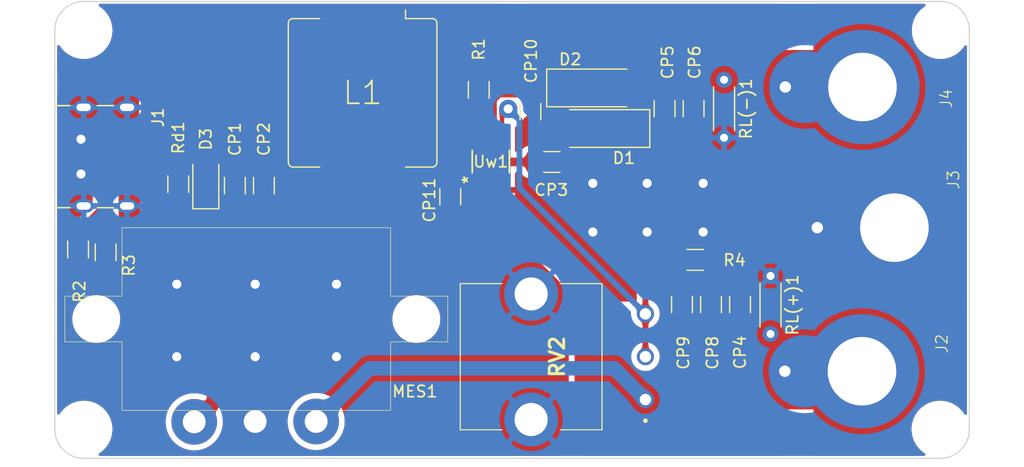
<source format=kicad_pcb>
(kicad_pcb (version 20240108) (generator "pcbnew") (generator_version "8.0")
  (layers (0 "F.Cu" signal) (31 "B.Cu" signal) (34 "B.Paste" user) (35 "F.Paste" user) (36 "B.SilkS" user "B.Silkscreen") (37 "F.SilkS" user "F.Silkscreen") (38 "B.Mask" user) (39 "F.Mask" user) (44 "Edge.Cuts" user))
  (net 0 "")
  (net 1 "GND")
  (net 2 "Net-(D1-A)")
  (net 3 "/Vo-")
  (net 4 "Net-(Uw1-VDD)")
  (net 5 "/Vo+")
  (net 6 "Net-(Uw1-BST)")
  (net 7 "Net-(Uw1-EN)")
  (net 8 "Net-(Uw1-FB)")
  (net 9 "/SW")
  (net 10 "+5V")
  (net 11 "Net-(D3-A)")
  (net 12 "Net-(J1-CC2)")
  (net 13 "Net-(J1-CC1)")
  (footprint "Banana_CT:Banana_CT_6mm" (layer "F.Cu") (at 178.605293 88.9)
    (property "Reference" "J4" (at 7.322707 1.016 90) (layer "F.SilkS") (effects (font (thickness 0.1))))
    (property "Value" "Conn_01x01_Pin")
    (pad "" np_thru_hole circle (at 0 0) (size 6 6) (drill 6) (layers "F&B.Cu" "*.Mask") (clearance 1))
    (pad "1" thru_hole circle (at -6.75 0) (size 2 2) (drill 1) (layers "*.Cu" "*.Mask") (net 3 "/Vo-") (clearance 0.3))
    (pad "1" smd custom (at -5.1 -1.9) (size 2 2) (layers "B.Cu" "B.Mask") (net 3 "/Vo-") (options (clearance outline) (anchor circle)) (primitives (gr_poly (pts (arc (start 1.1 -1.1) (mid -3.062277 1.899999) (end 1.1 4.899998)) (arc (start 1.1 4.899998) (mid 10.099999 1.899999) (end 1.1 -1.1))) (width 0) (fill yes))))
  )
  (footprint "Diode_SMD:D_SMA_Handsoldering" (layer "F.Cu") (at 155.4885 88.9805)
    (property "Reference" "D2" (at -2.4535 -2.5 0) (layer "F.SilkS"))
    (property "Value" "D_Schottky")
    (fp_line (start -4.51 -1.65) (end -4.51 1.65) (stroke (width 0.12)) (layer "F.SilkS"))
    (fp_line (start -4.51 -1.65) (end 2.5 -1.65) (stroke (width 0.12)) (layer "F.SilkS"))
    (fp_line (start -4.51 1.65) (end 2.5 1.65) (stroke (width 0.12)) (layer "F.SilkS"))
    (pad "1" smd roundrect (at -2.5 0) (size 3.5 1.8) (layers "F.Cu" "F.Paste" "F.Mask") (roundrect_rratio 0.1388888889) (net 2 "Net-(D1-A)"))
    (pad "2" smd roundrect (at 2.5 0) (size 3.5 1.8) (layers "F.Cu" "F.Paste" "F.Mask") (roundrect_rratio 0.1388888889) (net 3 "/Vo-"))
  )
  (footprint "LED_SMD:LED_1206_3216Metric" (layer "F.Cu") (at 121.158 97.282 90)
    (property "Reference" "D3" (at 3.81 0 90) (layer "F.SilkS"))
    (property "Value" "LED Red")
    (fp_line (start 1.6 -1.135) (end -2.285 -1.135) (stroke (width 0.12)) (layer "F.SilkS"))
    (fp_line (start -2.285 -1.135) (end -2.285 1.135) (stroke (width 0.12)) (layer "F.SilkS"))
    (fp_line (start -2.285 1.135) (end 1.6 1.135) (stroke (width 0.12)) (layer "F.SilkS"))
    (pad "1" smd roundrect (at -1.4 0 90) (size 1.25 1.75) (layers "F.Cu" "F.Paste" "F.Mask") (roundrect_rratio 0.2) (net 1 "GND"))
    (pad "2" smd roundrect (at 1.4 0 90) (size 1.25 1.75) (layers "F.Cu" "F.Paste" "F.Mask") (roundrect_rratio 0.2) (net 11 "Net-(D3-A)"))
  )
  (footprint "Agujero3mm:MountingHole 3mm" (layer "F.Cu") (at 110.49 118.872)
    (property "Reference" "REF**" (hide yes))
    (property "Value" "MountingHole 3mm")
    (pad "" np_thru_hole circle (at 0 0) (size 3 3) (drill 3) (layers "F&B.Cu" "*.Mask") (clearance 1))
  )
  (footprint "MP3437:TSOT23-8_MP3437_MNP-M" (layer "F.Cu") (at 146.091001 95.43415 90)
    (property "Reference" "Uw1" (at 0 0 0) (layer "F.SilkS"))
    (property "Value" "MP3437GJ-P")
    (fp_line (start 0.9779 -1.6256) (end -0.9779 -1.6256) (stroke (width 0.1524)) (layer "F.SilkS"))
    (fp_line (start -0.9779 1.6256) (end 0.9779 1.6256) (stroke (width 0.1524)) (layer "F.SilkS"))
    (fp_text user "*" (at -1.59385 -1.946001 90) (layer "F.SilkS"))
    (fp_text user "*" (at -1.59385 -1.946001 90) (layer "F.SilkS"))
    (pad "1" smd rect (at -1.45415 -0.974999 90) (size 1.2065 0.4572) (layers "F.Cu" "F.Paste" "F.Mask") (net 6 "Net-(Uw1-BST)"))
    (pad "2" smd rect (at -1.45415 -0.325001 90) (size 1.2065 0.4572) (layers "F.Cu" "F.Paste" "F.Mask") (net 5 "/Vo+"))
    (pad "3" smd rect (at -1.45415 0.325001 90) (size 1.2065 0.4572) (layers "F.Cu" "F.Paste" "F.Mask") (net 9 "/SW"))
    (pad "4" smd rect (at -1.45415 0.974999 90) (size 1.2065 0.4572) (layers "F.Cu" "F.Paste" "F.Mask") (net 1 "GND"))
    (pad "5" smd rect (at 1.45415 0.974999 90) (size 1.2065 0.4572) (layers "F.Cu" "F.Paste" "F.Mask") (net 8 "Net-(Uw1-FB)"))
    (pad "6" smd rect (at 1.45415 0.325001 90) (size 1.2065 0.4572) (layers "F.Cu" "F.Paste" "F.Mask") (net 4 "Net-(Uw1-VDD)"))
    (pad "7" smd rect (at 1.45415 -0.325001 90) (size 1.2065 0.4572) (layers "F.Cu" "F.Paste" "F.Mask") (net 7 "Net-(Uw1-EN)"))
    (pad "8" smd rect (at 1.45415 -0.974999 90) (size 1.2065 0.4572) (layers "F.Cu" "F.Paste" "F.Mask") (net 10 "+5V"))
  )
  (footprint "Resistor_SMD:R_1206_3216Metric_Pad1.30x1.75mm_HandSolder" (layer "F.Cu") (at 112.395 103.378 -90)
    (property "Reference" "R3" (at 1.143 -2.032 90) (layer "F.SilkS"))
    (property "Value" "5k")
    (fp_line (start -0.727064 0.91) (end 0.727064 0.91) (stroke (width 0.12)) (layer "F.SilkS"))
    (fp_line (start -0.727064 -0.91) (end 0.727064 -0.91) (stroke (width 0.12)) (layer "F.SilkS"))
    (pad "1" smd roundrect (at -1.55 0 270) (size 1.3 1.75) (layers "F.Cu" "F.Paste" "F.Mask") (roundrect_rratio 0.192308) (net 12 "Net-(J1-CC2)"))
    (pad "2" smd roundrect (at 1.55 0 270) (size 1.3 1.75) (layers "F.Cu" "F.Paste" "F.Mask") (roundrect_rratio 0.192308) (net 1 "GND"))
  )
  (footprint "Resistor_SMD:R_1206_3216Metric_Pad1.30x1.75mm_HandSolder" (layer "F.Cu") (at 118.745 97.409 -90)
    (property "Reference" "Rd1" (at -4.064 0 90) (layer "F.SilkS"))
    (property "Value" "220")
    (fp_line (start -0.727064 0.91) (end 0.727064 0.91) (stroke (width 0.12)) (layer "F.SilkS"))
    (fp_line (start -0.727064 -0.91) (end 0.727064 -0.91) (stroke (width 0.12)) (layer "F.SilkS"))
    (pad "1" smd roundrect (at -1.55 0 270) (size 1.3 1.75) (layers "F.Cu" "F.Paste" "F.Mask") (roundrect_rratio 0.192308) (net 10 "+5V"))
    (pad "2" smd roundrect (at 1.55 0 270) (size 1.3 1.75) (layers "F.Cu" "F.Paste" "F.Mask") (roundrect_rratio 0.192308) (net 11 "Net-(D3-A)"))
  )
  (footprint "Capacitor_SMD:C_1206_3216Metric_Pad1.33x1.80mm_HandSolder" (layer "F.Cu") (at 149.5552 91.059 -90)
    (property "Reference" "CP10" (at -4.445 -0.0508 90) (layer "F.SilkS"))
    (property "Value" "4.7uF")
    (fp_line (start -0.711252 0.91) (end 0.711252 0.91) (stroke (width 0.12)) (layer "F.SilkS"))
    (fp_line (start -0.711252 -0.91) (end 0.711252 -0.91) (stroke (width 0.12)) (layer "F.SilkS"))
    (pad "1" smd roundrect (at -1.5625 0 270) (size 1.325 1.8) (layers "F.Cu" "F.Paste" "F.Mask") (roundrect_rratio 0.188679) (net 4 "Net-(Uw1-VDD)"))
    (pad "2" smd roundrect (at 1.5625 0 270) (size 1.325 1.8) (layers "F.Cu" "F.Paste" "F.Mask") (roundrect_rratio 0.188679) (net 1 "GND"))
  )
  (footprint "Resistor_SMD:R_1206_3216Metric_Pad1.30x1.75mm_HandSolder" (layer "F.Cu") (at 109.982 103.124 -90)
    (property "Reference" "R2" (at 3.683 -0.127 90) (layer "F.SilkS"))
    (property "Value" "5k")
    (fp_line (start -0.727064 0.91) (end 0.727064 0.91) (stroke (width 0.12)) (layer "F.SilkS"))
    (fp_line (start -0.727064 -0.91) (end 0.727064 -0.91) (stroke (width 0.12)) (layer "F.SilkS"))
    (pad "1" smd roundrect (at -1.55 0 270) (size 1.3 1.75) (layers "F.Cu" "F.Paste" "F.Mask") (roundrect_rratio 0.192308) (net 13 "Net-(J1-CC1)"))
    (pad "2" smd roundrect (at 1.55 0 270) (size 1.3 1.75) (layers "F.Cu" "F.Paste" "F.Mask") (roundrect_rratio 0.192308) (net 1 "GND"))
  )
  (footprint "Agujero3mm:MountingHole 3mm" (layer "F.Cu") (at 110.49 83.947)
    (property "Reference" "REF**" (hide yes))
    (property "Value" "MountingHole 3mm")
    (pad "" np_thru_hole circle (at 0 0) (size 3 3) (drill 3) (layers "F&B.Cu" "*.Mask") (clearance 1))
  )
  (footprint "Agujero3mm:MountingHole 3mm" (layer "F.Cu") (at 185.42 83.947)
    (property "Reference" "REF**" (hide yes))
    (property "Value" "MountingHole 3mm")
    (pad "" np_thru_hole circle (at 0 0) (size 3 3) (drill 3) (layers "F&B.Cu" "*.Mask") (clearance 1))
  )
  (footprint "Resistor_THT:R_Axial_DIN0204_L3.6mm_D1.6mm_P5.08mm_Horizontal" (layer "F.Cu") (at 166.497 88.265 -90)
    (property "Reference" "RL(-)1" (at 2.54 -1.92 -90) (layer "F.SilkS"))
    (property "Value" "470")
    (fp_line (start 0.62 0.92) (end 4.46 0.92) (stroke (width 0.12)) (layer "F.SilkS"))
    (fp_line (start 0.62 -0.92) (end 4.46 -0.92) (stroke (width 0.12)) (layer "F.SilkS"))
    (pad "1" thru_hole circle (at 0 0 270) (size 1.4 1.4) (drill 0.7) (layers "*.Cu" "*.Mask") (net 3 "/Vo-"))
    (pad "2" thru_hole oval (at 5.08 0 270) (size 1.4 1.4) (drill 0.7) (layers "*.Cu" "*.Mask") (net 1 "GND"))
  )
  (footprint "Capacitor_SMD:C_1206_3216Metric_Pad1.33x1.80mm_HandSolder" (layer "F.Cu") (at 123.698 97.536 90)
    (property "Reference" "CP1" (at 4.064 0 90) (layer "F.SilkS"))
    (property "Value" "22uF")
    (fp_line (start -0.711252 -0.91) (end 0.711252 -0.91) (stroke (width 0.12)) (layer "F.SilkS"))
    (fp_line (start -0.711252 0.91) (end 0.711252 0.91) (stroke (width 0.12)) (layer "F.SilkS"))
    (pad "1" smd roundrect (at -1.5625 0 90) (size 1.325 1.8) (layers "F.Cu" "F.Paste" "F.Mask") (roundrect_rratio 0.188679) (net 1 "GND"))
    (pad "2" smd roundrect (at 1.5625 0 90) (size 1.325 1.8) (layers "F.Cu" "F.Paste" "F.Mask") (roundrect_rratio 0.188679) (net 10 "+5V"))
  )
  (footprint "Resistor_SMD:R_1206_3216Metric_Pad1.30x1.75mm_HandSolder" (layer "F.Cu") (at 145.034 89.154 -90)
    (property "Reference" "R1" (at -3.556 0 90) (layer "F.SilkS"))
    (property "Value" "30k")
    (fp_line (start -0.727064 0.91) (end 0.727064 0.91) (stroke (width 0.12)) (layer "F.SilkS"))
    (fp_line (start -0.727064 -0.91) (end 0.727064 -0.91) (stroke (width 0.12)) (layer "F.SilkS"))
    (pad "1" smd roundrect (at -1.55 0 270) (size 1.3 1.75) (layers "F.Cu" "F.Paste" "F.Mask") (roundrect_rratio 0.192308) (net 10 "+5V"))
    (pad "2" smd roundrect (at 1.55 0 270) (size 1.3 1.75) (layers "F.Cu" "F.Paste" "F.Mask") (roundrect_rratio 0.192308) (net 7 "Net-(Uw1-EN)"))
  )
  (footprint "USB_Amphenol:AMPHENOL_10164359-00011LF" (layer "F.Cu") (at 111.3185 95 -90)
    (property "Reference" "J1" (at -3.433 -5.6485 90) (layer "F.SilkS"))
    (property "Value" "USB_C_Receptacle_USB2.0")
    (fp_line (start -4.47 3.45) (end -4.47 2.045) (stroke (width 0.127)) (layer "F.SilkS"))
    (fp_line (start 4.47 3.45) (end 4.47 2.045) (stroke (width 0.127)) (layer "F.SilkS"))
    (fp_line (start -4.47 -1.755) (end -4.47 -0.345) (stroke (width 0.127)) (layer "F.SilkS"))
    (fp_line (start 4.47 -1.755) (end 4.47 -0.345) (stroke (width 0.127)) (layer "F.SilkS"))
    (pad "A5" smd rect (at -0.5 -3.03 270) (size 0.7 1.2) (layers "F.Cu" "F.Paste" "F.Mask") (net 13 "Net-(J1-CC1)"))
    (pad "A9" smd rect (at 1.52 -3.03 270) (size 0.76 1.2) (layers "F.Cu" "F.Paste" "F.Mask") (net 10 "+5V"))
    (pad "A12" smd rect (at 2.75 -3.03 270) (size 0.8 1.2) (layers "F.Cu" "F.Paste" "F.Mask") (net 1 "GND"))
    (pad "B5" smd rect (at 0.5 -3.03 270) (size 0.7 1.2) (layers "F.Cu" "F.Paste" "F.Mask") (net 12 "Net-(J1-CC2)"))
    (pad "B9" smd rect (at -1.52 -3.03 270) (size 0.76 1.2) (layers "F.Cu" "F.Paste" "F.Mask") (net 10 "+5V"))
    (pad "B12" smd rect (at -2.75 -3.03 270) (size 0.8 1.2) (layers "F.Cu" "F.Paste" "F.Mask") (net 1 "GND"))
    (pad "S1" thru_hole oval (at -4.32 -2.95 270) (size 1.15 1.75) (drill oval 0.65 1.25) (layers "*.Cu" "*.Mask") (net 1 "GND"))
    (pad "S1" thru_hole oval (at -4.32 0.85 270) (size 1.15 1.75) (drill oval 0.65 1.25) (layers "*.Cu" "*.Mask") (net 1 "GND"))
    (pad "S1" thru_hole oval (at 4.32 -2.95 270) (size 1.15 1.75) (drill oval 0.65 1.25) (layers "*.Cu" "*.Mask") (net 1 "GND"))
    (pad "S1" thru_hole oval (at 4.32 0.85 270) (size 1.15 1.75) (drill oval 0.65 1.25) (layers "*.Cu" "*.Mask") (net 1 "GND"))
  )
  (footprint "Banana_CT:Banana_CT_6mm" (layer "F.Cu") (at 178.562 113.792)
    (property "Reference" "J2" (at 6.985 -2.413 90) (layer "F.SilkS") (effects (font (thickness 0.1))))
    (property "Value" "Conn_01x01_Pin")
    (pad "" np_thru_hole circle (at 0 0) (size 6 6) (drill 6) (layers "F&B.Cu" "*.Mask") (clearance 1))
    (pad "1" thru_hole circle (at -6.75 0) (size 2 2) (drill 1) (layers "*.Cu" "*.Mask") (net 5 "/Vo+") (clearance 0.3))
    (pad "1" smd custom (at -5.1 -1.9) (size 2 2) (layers "B.Cu" "B.Mask") (net 5 "/Vo+") (options (clearance outline) (anchor circle)) (primitives (gr_poly (pts (arc (start 1.1 -1.1) (mid -3.062277 1.899999) (end 1.1 4.899998)) (arc (start 1.1 4.899998) (mid 10.099999 1.899999) (end 1.1 -1.1))) (width 0) (fill yes))))
  )
  (footprint "Resistor_SMD:R_1206_3216Metric_Pad1.30x1.75mm_HandSolder" (layer "F.Cu") (at 163.9824 104.0384)
    (property "Reference" "R4" (at 3.429 0.0254 0) (layer "F.SilkS"))
    (property "Value" "5k")
    (fp_line (start -0.727064 -0.91) (end 0.727064 -0.91) (stroke (width 0.12)) (layer "F.SilkS"))
    (fp_line (start -0.727064 0.91) (end 0.727064 0.91) (stroke (width 0.12)) (layer "F.SilkS"))
    (pad "1" smd roundrect (at -1.55 0) (size 1.3 1.75) (layers "F.Cu" "F.Paste" "F.Mask") (roundrect_rratio 0.192308) (net 8 "Net-(Uw1-FB)"))
    (pad "2" smd roundrect (at 1.55 0) (size 1.3 1.75) (layers "F.Cu" "F.Paste" "F.Mask") (roundrect_rratio 0.192308) (net 1 "GND"))
  )
  (footprint "Capacitor_SMD:C_1206_3216Metric_Pad1.33x1.80mm_HandSolder" (layer "F.Cu") (at 165.354 107.95 -90)
    (property "Reference" "CP8" (at 4.2295 -0.127 90) (layer "F.SilkS"))
    (property "Value" "22uF")
    (fp_line (start -0.711252 0.91) (end 0.711252 0.91) (stroke (width 0.12)) (layer "F.SilkS"))
    (fp_line (start -0.711252 -0.91) (end 0.711252 -0.91) (stroke (width 0.12)) (layer "F.SilkS"))
    (pad "1" smd roundrect (at -1.5625 0 270) (size 1.325 1.8) (layers "F.Cu" "F.Paste" "F.Mask") (roundrect_rratio 0.188679) (net 1 "GND"))
    (pad "2" smd roundrect (at 1.5625 0 270) (size 1.325 1.8) (layers "F.Cu" "F.Paste" "F.Mask") (roundrect_rratio 0.188679) (net 5 "/Vo+"))
  )
  (footprint "Diode_SMD:D_SMA_Handsoldering" (layer "F.Cu") (at 155.4885 92.5365 180)
    (property "Reference" "D1" (at -2.2455 -2.5865 180) (layer "F.SilkS"))
    (property "Value" "D_Schottky")
    (fp_line (start -4.51 1.65) (end 2.5 1.65) (stroke (width 0.12)) (layer "F.SilkS"))
    (fp_line (start -4.51 -1.65) (end 2.5 -1.65) (stroke (width 0.12)) (layer "F.SilkS"))
    (fp_line (start -4.51 -1.65) (end -4.51 1.65) (stroke (width 0.12)) (layer "F.SilkS"))
    (pad "1" smd roundrect (at -2.5 0 180) (size 3.5 1.8) (layers "F.Cu" "F.Paste" "F.Mask") (roundrect_rratio 0.1388888889) (net 1 "GND"))
    (pad "2" smd roundrect (at 2.5 0 180) (size 3.5 1.8) (layers "F.Cu" "F.Paste" "F.Mask") (roundrect_rratio 0.1388888889) (net 2 "Net-(D1-A)"))
  )
  (footprint "Capacitor_SMD:C_1206_3216Metric_Pad1.33x1.80mm_HandSolder" (layer "F.Cu") (at 142.542 98.5135 90)
    (property "Reference" "CP11" (at -0.2925 -1.826 90) (layer "F.SilkS"))
    (property "Value" "0.1uF")
    (fp_line (start -0.711252 -0.91) (end 0.711252 -0.91) (stroke (width 0.12)) (layer "F.SilkS"))
    (fp_line (start -0.711252 0.91) (end 0.711252 0.91) (stroke (width 0.12)) (layer "F.SilkS"))
    (pad "1" smd roundrect (at -1.5625 0 90) (size 1.325 1.8) (layers "F.Cu" "F.Paste" "F.Mask") (roundrect_rratio 0.188679) (net 6 "Net-(Uw1-BST)"))
    (pad "2" smd roundrect (at 1.5625 0 90) (size 1.325 1.8) (layers "F.Cu" "F.Paste" "F.Mask") (roundrect_rratio 0.188679) (net 9 "/SW"))
  )
  (footprint "Capacitor_SMD:C_1206_3216Metric_Pad1.33x1.80mm_HandSolder" (layer "F.Cu") (at 162.814 107.95 -90)
    (property "Reference" "CP9" (at 4.2295 -0.127 90) (layer "F.SilkS"))
    (property "Value" "22uF")
    (fp_line (start -0.711252 0.91) (end 0.711252 0.91) (stroke (width 0.12)) (layer "F.SilkS"))
    (fp_line (start -0.711252 -0.91) (end 0.711252 -0.91) (stroke (width 0.12)) (layer "F.SilkS"))
    (pad "1" smd roundrect (at -1.5625 0 270) (size 1.325 1.8) (layers "F.Cu" "F.Paste" "F.Mask") (roundrect_rratio 0.188679) (net 1 "GND"))
    (pad "2" smd roundrect (at 1.5625 0 270) (size 1.325 1.8) (layers "F.Cu" "F.Paste" "F.Mask") (roundrect_rratio 0.188679) (net 5 "/Vo+"))
  )
  (footprint "Banana_CT:Banana_CT_6mm" (layer "F.Cu") (at 181.399293 101.219)
    (property "Reference" "J3" (at 5.163707 -4.191 90) (layer "F.SilkS") (effects (font (thickness 0.1))))
    (property "Value" "Conn_01x01_Pin")
    (pad "" np_thru_hole circle (at 0 0) (size 6 6) (drill 6) (layers "F&B.Cu" "*.Mask") (clearance 1))
    (pad "1" thru_hole circle (at -6.75 0) (size 2 2) (drill 1) (layers "*.Cu" "*.Mask") (net 1 "GND") (clearance 0.3))
    (pad "1" smd custom (at -5.1 -1.9) (size 2 2) (layers "B.Cu" "B.Mask") (net 1 "GND") (options (clearance outline) (anchor circle)) (primitives (gr_poly (pts (arc (start 1.1 -1.1) (mid -3.062277 1.899999) (end 1.1 4.899998)) (arc (start 1.1 4.899998) (mid 10.099999 1.899999) (end 1.1 -1.1))) (width 0) (fill yes))))
  )
  (footprint "Capacitor_SMD:C_1206_3216Metric_Pad1.33x1.80mm_HandSolder" (layer "F.Cu") (at 151.432 95.4655)
    (property "Reference" "CP3" (at -0.048 2.4525 0) (layer "F.SilkS"))
    (property "Value" "1uF")
    (fp_line (start -0.711252 -0.91) (end 0.711252 -0.91) (stroke (width 0.12)) (layer "F.SilkS"))
    (fp_line (start -0.711252 0.91) (end 0.711252 0.91) (stroke (width 0.12)) (layer "F.SilkS"))
    (pad "1" smd roundrect (at -1.5625 0) (size 1.325 1.8) (layers "F.Cu" "F.Paste" "F.Mask") (roundrect_rratio 0.188679) (net 9 "/SW"))
    (pad "2" smd roundrect (at 1.5625 0) (size 1.325 1.8) (layers "F.Cu" "F.Paste" "F.Mask") (roundrect_rratio 0.188679) (net 2 "Net-(D1-A)"))
  )
  (footprint "Capacitor_SMD:C_1206_3216Metric_Pad1.33x1.80mm_HandSolder" (layer "F.Cu") (at 126.238 97.536 90)
    (property "Reference" "CP2" (at 4.064 0 90) (layer "F.SilkS"))
    (property "Value" "22uF")
    (fp_line (start -0.711252 -0.91) (end 0.711252 -0.91) (stroke (width 0.12)) (layer "F.SilkS"))
    (fp_line (start -0.711252 0.91) (end 0.711252 0.91) (stroke (width 0.12)) (layer "F.SilkS"))
    (pad "1" smd roundrect (at -1.5625 0 90) (size 1.325 1.8) (layers "F.Cu" "F.Paste" "F.Mask") (roundrect_rratio 0.188679) (net 1 "GND"))
    (pad "2" smd roundrect (at 1.5625 0 90) (size 1.325 1.8) (layers "F.Cu" "F.Paste" "F.Mask") (roundrect_rratio 0.188679) (net 10 "+5V"))
  )
  (footprint "Pote:PDB12M4251105BF" (layer "F.Cu") (at 159.617 112.522 90)
    (property "Reference" "RV2" (at 0 -7.725 90) (layer "F.SilkS") (effects (font (size 1.27 1.27) (thickness 0.254))))
    (property "Value" "R_Potentiometer_MountingPin" (hide yes))
    (fp_line (start 6.4 -16.2) (end 6.4 -12.54) (stroke (width 0.1)) (layer "F.SilkS"))
    (fp_line (start -6.4 -16.2) (end 6.4 -16.2) (stroke (width 0.1)) (layer "F.SilkS"))
    (fp_line (start -6.4 -12.54) (end -6.4 -16.2) (stroke (width 0.1)) (layer "F.SilkS"))
    (fp_line (start -6.4 -7.46) (end -6.4 -3.8) (stroke (width 0.1)) (layer "F.SilkS"))
    (fp_line (start 6.4 -3.8) (end 6.4 -7.46) (stroke (width 0.1)) (layer "F.SilkS"))
    (fp_line (start -6.4 -3.8) (end 6.4 -3.8) (stroke (width 0.1)) (layer "F.SilkS"))
    (fp_line (start -5.5 0) (end -5.5 0) (stroke (width 0.2)) (layer "F.SilkS"))
    (fp_line (start -5.7 0) (end -5.7 0) (stroke (width 0.2)) (layer "F.SilkS"))
    (fp_arc (start -5.5 0) (mid -5.6 0.1) (end -5.7 0) (stroke (width 0.2)) (layer "F.SilkS"))
    (fp_arc (start -5.7 0) (mid -5.6 -0.1) (end -5.5 0) (stroke (width 0.2)) (layer "F.SilkS"))
    (pad "1" thru_hole circle (at -3.75 0 90) (size 1.5 1.5) (drill 1) (layers "*.Cu" "*.Mask") (net 5 "/Vo+"))
    (pad "2" thru_hole circle (at 0 0 90) (size 1.5 1.5) (drill 1) (layers "*.Cu" "*.Mask") (net 8 "Net-(Uw1-FB)"))
    (pad "3" thru_hole circle (at 3.75 0 90) (size 1.5 1.5) (drill 1) (layers "*.Cu" "*.Mask") (net 8 "Net-(Uw1-FB)"))
    (pad "MP" thru_hole circle (at -5.5 -10 90) (size 4.71 4.71) (drill 2.9) (layers "*.Cu" "*.Mask") (net 1 "GND"))
    (pad "MP" thru_hole circle (at 5.5 -10 90) (size 4.71 4.71) (drill 2.9) (layers "*.Cu" "*.Mask") (net 1 "GND"))
  )
  (footprint "Capacitor_SMD:C_1206_3216Metric_Pad1.33x1.80mm_HandSolder" (layer "F.Cu") (at 167.894 107.95 -90)
    (property "Reference" "CP4" (at 4.191 0 90) (layer "F.SilkS"))
    (property "Value" "22uF")
    (fp_line (start -0.711252 0.91) (end 0.711252 0.91) (stroke (width 0.12)) (layer "F.SilkS"))
    (fp_line (start -0.711252 -0.91) (end 0.711252 -0.91) (stroke (width 0.12)) (layer "F.SilkS"))
    (pad "1" smd roundrect (at -1.5625 0 270) (size 1.325 1.8) (layers "F.Cu" "F.Paste" "F.Mask") (roundrect_rratio 0.188679) (net 1 "GND"))
    (pad "2" smd roundrect (at 1.5625 0 270) (size 1.325 1.8) (layers "F.Cu" "F.Paste" "F.Mask") (roundrect_rratio 0.188679) (net 5 "/Vo+"))
  )
  (footprint "Agujero3mm:MountingHole 3mm" (layer "F.Cu") (at 185.3946 118.872)
    (property "Reference" "REF**" (hide yes))
    (property "Value" "MountingHole 3mm")
    (pad "" np_thru_hole circle (at 0 0) (size 3 3) (drill 3) (layers "F&B.Cu" "*.Mask") (clearance 1))
  )
  (footprint "Capacitor_SMD:C_1206_3216Metric_Pad1.33x1.80mm_HandSolder" (layer "F.Cu") (at 163.83 90.797 90)
    (property "Reference" "CP6" (at 4.056 0.0865 90) (layer "F.SilkS"))
    (property "Value" "22uF")
    (fp_line (start -0.711252 -0.91) (end 0.711252 -0.91) (stroke (width 0.12)) (layer "F.SilkS"))
    (fp_line (start -0.711252 0.91) (end 0.711252 0.91) (stroke (width 0.12)) (layer "F.SilkS"))
    (pad "1" smd roundrect (at -1.5625 0 90) (size 1.325 1.8) (layers "F.Cu" "F.Paste" "F.Mask") (roundrect_rratio 0.188679) (net 1 "GND"))
    (pad "2" smd roundrect (at 1.5625 0 90) (size 1.325 1.8) (layers "F.Cu" "F.Paste" "F.Mask") (roundrect_rratio 0.188679) (net 3 "/Vo-"))
  )
  (footprint "Capacitor_SMD:C_1206_3216Metric_Pad1.33x1.80mm_HandSolder" (layer "F.Cu") (at 161.29 90.797 90)
    (property "Reference" "CP5" (at 4.056 0.2615 90) (layer "F.SilkS"))
    (property "Value" "22uF")
    (fp_line (start -0.711252 -0.91) (end 0.711252 -0.91) (stroke (width 0.12)) (layer "F.SilkS"))
    (fp_line (start -0.711252 0.91) (end 0.711252 0.91) (stroke (width 0.12)) (layer "F.SilkS"))
    (pad "1" smd roundrect (at -1.5625 0 90) (size 1.325 1.8) (layers "F.Cu" "F.Paste" "F.Mask") (roundrect_rratio 0.188679) (net 1 "GND"))
    (pad "2" smd roundrect (at 1.5625 0 90) (size 1.325 1.8) (layers "F.Cu" "F.Paste" "F.Mask") (roundrect_rratio 0.188679) (net 3 "/Vo-"))
  )
  (footprint "Voltmeter:PRT-14313_V2" (layer "F.Cu") (at 125.573 109.22)
    (property "Reference" "MES1" (at 13.873 6.35 0) (layer "F.SilkS"))
    (property "Value" "Voltmeter_DC")
    (fp_poly (pts (xy -11.75 -2) (xy -11.75 -8) (xy 11.75 -8) (xy 11.75 -2) (xy 16.75 -2) (xy 16.75 2) (xy 11.75 2) (xy 11.75 8) (xy -11.75 8) (xy -11.75 2) (xy -16.75 2) (xy -16.75 -2)) (stroke (width 0.05)) (fill none) (layer "F.SilkS"))
    (pad "" np_thru_hole circle (at -14 0) (size 2.2 2.2) (drill 2.2) (layers "F&B.Cu" "*.Mask") (clearance 1))
    (pad "" np_thru_hole circle (at 14 0) (size 2.2 2.2) (drill 2.2) (layers "F&B.Cu" "*.Mask") (clearance 1))
  )
  (footprint "Inductor_SMD:L_Bourns_SRR1208_12.7x12.7mm" (layer "F.Cu") (at 134.874 89.408 -90)
    (property "Reference" "L1" (at 0 0 180) (layer "F.SilkS") (effects (font (size 2 2))))
    (property "Value" "10uH")
    (fp_line (start 6.1 6.5) (end -6.1 6.5) (stroke (width 0.12)) (layer "F.SilkS"))
    (fp_line (start -6.5 3.75) (end -6.5 6.1) (stroke (width 0.12)) (layer "F.SilkS"))
    (fp_line (start 6.5 3.75) (end 6.5 6.1) (stroke (width 0.12)) (layer "F.SilkS"))
    (fp_line (start -6.5 -3.75) (end -7.25 -3.75) (stroke (width 0.12)) (layer "F.SilkS"))
    (fp_line (start -6.5 -6.1) (end -6.5 -3.75) (stroke (width 0.12)) (layer "F.SilkS"))
    (fp_line (start 6.5 -6.1) (end 6.5 -3.75) (stroke (width 0.12)) (layer "F.SilkS"))
    (fp_line (start -6.1 -6.5) (end 6.1 -6.5) (stroke (width 0.12)) (layer "F.SilkS"))
    (fp_arc (start -6.1 6.5) (mid -6.382843 6.382843) (end -6.5 6.1) (stroke (width 0.12)) (layer "F.SilkS"))
    (fp_arc (start 6.5 6.1) (mid 6.382843 6.382843) (end 6.1 6.5) (stroke (width 0.12)) (layer "F.SilkS"))
    (fp_arc (start -6.5 -6.1) (mid -6.382843 -6.382843) (end -6.1 -6.5) (stroke (width 0.12)) (layer "F.SilkS"))
    (fp_arc (start 6.1 -6.5) (mid 6.382843 -6.382843) (end 6.5 -6.1) (stroke (width 0.12)) (layer "F.SilkS"))
    (pad "1" smd rect (at -5 0 270) (size 4 7) (layers "F.Cu" "F.Paste" "F.Mask") (net 10 "+5V"))
    (pad "2" smd rect (at 5 0 270) (size 4 7) (layers "F.Cu" "F.Paste" "F.Mask") (net 9 "/SW"))
  )
  (footprint "Resistor_THT:R_Axial_DIN0204_L3.6mm_D1.6mm_P5.08mm_Horizontal" (layer "F.Cu") (at 170.561 105.4485 -90)
    (property "Reference" "RL(+)1" (at 2.54 -1.92 -90) (layer "F.SilkS"))
    (property "Value" "470")
    (fp_line (start 0.62 0.92) (end 4.46 0.92) (stroke (width 0.12)) (layer "F.SilkS"))
    (fp_line (start 0.62 -0.92) (end 4.46 -0.92) (stroke (width 0.12)) (layer "F.SilkS"))
    (pad "1" thru_hole circle (at 0 0 270) (size 1.4 1.4) (drill 0.7) (layers "*.Cu" "*.Mask") (net 1 "GND"))
    (pad "2" thru_hole oval (at 5.08 0 270) (size 1.4 1.4) (drill 0.7) (layers "*.Cu" "*.Mask") (net 5 "/Vo+"))
  )
  (gr_line (start 107.95 118.912) (end 107.95 83.912) (stroke (width 0.1)) (layer "Edge.Cuts"))
  (gr_arc (start 107.95 83.912) (mid 108.682233 82.144233) (end 110.45 81.412) (stroke (width 0.1)) (layer "Edge.Cuts"))
  (gr_arc (start 185.45 81.412) (mid 187.217767 82.144233) (end 187.95 83.912) (stroke (width 0.1)) (layer "Edge.Cuts"))
  (gr_line (start 187.95 83.912) (end 187.95 118.912) (stroke (width 0.1)) (layer "Edge.Cuts"))
  (gr_line (start 185.45 121.412) (end 110.45 121.412) (stroke (width 0.1)) (layer "Edge.Cuts"))
  (gr_line (start 110.45 81.412) (end 185.45 81.412) (stroke (width 0.1)) (layer "Edge.Cuts"))
  (gr_arc (start 110.45 121.412) (mid 108.682233 120.679767) (end 107.95 118.912) (stroke (width 0.1)) (layer "Edge.Cuts"))
  (gr_arc (start 187.95 118.912) (mid 187.217767 120.679767) (end 185.45 121.412) (stroke (width 0.1)) (layer "Edge.Cuts"))
  (gr_text "V+" (at 173.863 120.777 90) (layer "F.Cu") (effects (font (size 1.5 1.5) (thickness 0.3) (bold yes)) (justify left bottom)))
  (gr_text "GND" (at 172.085 103.124 90) (layer "F.Cu") (effects (font (size 1.5 1.5) (thickness 0.3) (bold yes)) (justify left bottom)))
  (gr_text "V-" (at 173.863 85.344 90) (layer "F.Cu") (effects (font (size 1.5 1.5) (thickness 0.3) (bold yes)) (justify left bottom)))
  (segment (start 149.7838 92.7485) (end 151.384 94.3487) (width 0.381) (layer "F.Cu") (net 1))
  (segment (start 155.0162 97.330707) (end 154.429907 97.917) (width 0.508) (layer "F.Cu") (net 1))
  (segment (start 151.384 97.917) (end 147.32 97.917) (width 0.508) (layer "F.Cu") (net 1))
  (segment (start 114.2685 99.32) (end 114.2685 97.83) (width 0.762) (layer "F.Cu") (net 1))
  (segment (start 147.32 97.917) (end 147.098602 97.695602) (width 0.508) (layer "F.Cu") (net 1))
  (segment (start 161.4595 92.2825) (end 161.5365 92.3595) (width 0.25) (layer "F.Cu") (net 1))
  (segment (start 147.098602 97.695602) (end 147.098602 96.8883) (width 0.508) (layer "F.Cu") (net 1))
  (segment (start 114.2685 97.83) (end 114.3485 97.75) (width 0.762) (layer "F.Cu") (net 1))
  (segment (start 151.384 94.3487) (end 151.384 97.917) (width 0.381) (layer "F.Cu") (net 1))
  (segment (start 114.2685 90.68) (end 114.2685 92.17) (width 0.762) (layer "F.Cu") (net 1))
  (segment (start 161.3595 92.5365) (end 161.5365 92.3595) (width 0.381) (layer "F.Cu") (net 1))
  (segment (start 154.429907 97.917) (end 151.384 97.917) (width 0.508) (layer "F.Cu") (net 1))
  (segment (start 114.2685 92.17) (end 114.3485 92.25) (width 0.762) (layer "F.Cu") (net 1))
  (via (at 155.0162 97.330707) (size 1.6) (drill 0.8) (layers "F.Cu" "B.Cu") (net 1))
  (via (at 125.476 112.522) (size 1.6) (drill 0.8) (layers "F.Cu" "B.Cu") (net 1))
  (via (at 118.618 112.522) (size 1.6) (drill 0.8) (layers "F.Cu" "B.Cu") (net 1))
  (via (at 110.236 96.52) (size 1.6) (drill 0.8) (layers "F.Cu" "B.Cu") (net 1))
  (via (at 164.6682 97.330707) (size 1.6) (drill 0.8) (layers "F.Cu" "B.Cu") (net 1))
  (via (at 132.588 106.172) (size 1.6) (drill 0.8) (layers "F.Cu" "B.Cu") (net 1))
  (via (at 159.766 101.6) (size 1.6) (drill 0.8) (layers "F.Cu" "B.Cu") (net 1))
  (via (at 125.476 118.1928) (size 4) (drill 2) (layers "F.Cu" "B.Cu") (net 1))
  (via (at 164.6682 101.600707) (size 1.6) (drill 0.8) (layers "F.Cu" "B.Cu") (net 1))
  (via (at 118.618 106.172) (size 1.6) (drill 0.8) (layers "F.Cu" "B.Cu") (net 1))
  (via (at 159.766 97.33) (size 1.6) (drill 0.8) (layers "F.Cu" "B.Cu") (net 1))
  (via (at 125.476 106.172) (size 1.6) (drill 0.8) (layers "F.Cu" "B.Cu") (net 1))
  (via (at 132.588 112.522) (size 1.6) (drill 0.8) (layers "F.Cu" "B.Cu") (net 1))
  (via (at 110.236 93.472) (size 1.6) (drill 0.8) (layers "F.Cu" "B.Cu") (net 1))
  (via (at 155.0162 101.600707) (size 1.6) (drill 0.8) (layers "F.Cu" "B.Cu") (net 1))
  (segment (start 153.289 92.283) (end 153.2885 92.2825) (width 0.381) (layer "F.Cu") (net 2))
  (segment (start 152.9885 92.2825) (end 152.9885 88.9805) (width 1.27) (layer "F.Cu") (net 2))
  (segment (start 152.9885 92.5365) (end 152.9885 95.4595) (width 1.27) (layer "F.Cu") (net 2))
  (segment (start 152.9885 95.4595) (end 152.9945 95.4655) (width 1.27) (layer "F.Cu") (net 2))
  (segment (start 153.289 92.583) (end 152.9885 92.2825) (width 1.27) (layer "F.Cu") (net 2))
  (segment (start 157.9885 89.2345) (end 158.4965 88.7265) (width 0.2) (layer "F.Cu") (net 3))
  (segment (start 161.2825 88.9805) (end 161.5365 89.2345) (width 0.381) (layer "F.Cu") (net 3))
  (segment (start 161.0285 88.7265) (end 161.5365 89.2345) (width 0.2) (layer "F.Cu") (net 3))
  (segment (start 146.8759 89.6235) (end 149.7838 89.6235) (width 0.381) (layer "F.Cu") (net 4))
  (segment (start 146.423001 94.01135) (end 146.423001 90.076399) (width 0.381) (layer "F.Cu") (net 4))
  (segment (start 146.423001 90.076399) (end 146.8759 89.6235) (width 0.381) (layer "F.Cu") (net 4))
  (segment (start 145.766 96.8883) (end 145.766 98.764) (width 0.381) (layer "F.Cu") (net 5))
  (segment (start 148.082 102.616) (end 150.368 102.616) (width 1.27) (layer "F.Cu") (net 5))
  (segment (start 154.051 106.299) (end 154.051 110.706) (width 1.27) (layer "F.Cu") (net 5))
  (segment (start 154.051 110.706) (end 159.617 116.272) (width 1.27) (layer "F.Cu") (net 5))
  (segment (start 145.764 100.298) (end 148.082 102.616) (width 1.27) (layer "F.Cu") (net 5))
  (segment (start 150.368 102.616) (end 154.051 106.299) (width 1.27) (layer "F.Cu") (net 5))
  (segment (start 145.764 98.766) (end 145.764 100.298) (width 1.27) (layer "F.Cu") (net 5))
  (segment (start 145.766 98.764) (end 145.764 98.766) (width 0.381) (layer "F.Cu") (net 5))
  (via (at 130.81 118.1928) (size 4) (drill 2) (layers "F.Cu" "B.Cu") (net 5))
  (segment (start 135.4836 113.538) (end 130.8288 118.1928) (width 1.27) (layer "B.Cu") (net 5))
  (segment (start 130.8288 118.1928) (end 130.81 118.1928) (width 1.27) (layer "B.Cu") (net 5))
  (segment (start 156.883 113.538) (end 135.4836 113.538) (width 1.27) (layer "B.Cu") (net 5))
  (segment (start 159.617 116.272) (end 156.883 113.538) (width 1.27) (layer "B.Cu") (net 5))
  (segment (start 145.197999 96.994648) (end 145.123001 96.91965) (width 0.25) (layer "F.Cu") (net 6))
  (segment (start 143.51 100.076) (end 144.526 99.06) (width 0.381) (layer "F.Cu") (net 6))
  (segment (start 145.116002 97.453998) (end 145.116002 96.8883) (width 0.381) (layer "F.Cu") (net 6))
  (segment (start 142.542 100.076) (end 143.51 100.076) (width 0.381) (layer "F.Cu") (net 6))
  (segment (start 144.526 98.044) (end 145.116002 97.453998) (width 0.381) (layer "F.Cu") (net 6))
  (segment (start 144.526 99.06) (end 144.526 98.044) (width 0.381) (layer "F.Cu") (net 6))
  (segment (start 145.766 93.98) (end 145.766 92.68) (width 0.381) (layer "F.Cu") (net 7))
  (segment (start 145.034 91.948) (end 145.034 90.704) (width 0.381) (layer "F.Cu") (net 7))
  (segment (start 145.766 92.68) (end 145.034 91.948) (width 0.381) (layer "F.Cu") (net 7))
  (segment (start 159.617 108.772) (end 159.617 112.522) (width 0.508) (layer "F.Cu") (net 8))
  (segment (start 159.6136 106.807) (end 162.3822 104.0384) (width 0.508) (layer "F.Cu") (net 8))
  (segment (start 159.6136 108.7686) (end 159.6136 106.807) (width 0.508) (layer "F.Cu") (net 8))
  (segment (start 159.617 108.772) (end 159.6136 108.7686) (width 0.508) (layer "F.Cu") (net 8))
  (segment (start 147.613501 90.814) (end 147.066 91.361501) (width 0.381) (layer "F.Cu") (net 8))
  (segment (start 162.3822 104.0384) (end 162.4324 104.0384) (width 0.508) (layer "F.Cu") (net 8))
  (segment (start 147.066 91.361501) (end 147.066 93.98) (width 0.381) (layer "F.Cu") (net 8))
  (via (at 147.613501 90.814) (size 1.6) (drill 0.8) (layers "F.Cu" "B.Cu") (net 8))
  (segment (start 148.59 91.790499) (end 148.59 97.745) (width 0.508) (layer "B.Cu") (net 8))
  (segment (start 147.613501 90.814) (end 148.59 91.790499) (width 0.508) (layer "B.Cu") (net 8))
  (segment (start 148.59 97.745) (end 159.617 108.772) (width 0.508) (layer "B.Cu") (net 8))
  (segment (start 146.423001 95.536501) (end 146.352 95.4655) (width 0.25) (layer "F.Cu") (net 9))
  (segment (start 137.671 96.951) (end 135.382 94.662) (width 0.762) (layer "F.Cu") (net 9))
  (segment (start 143.5965 95.8965) (end 142.542 96.951) (width 0.762) (layer "F.Cu") (net 9))
  (segment (start 146.416002 95.529502) (end 146.352 95.4655) (width 0.381) (layer "F.Cu") (net 9))
  (segment (start 135.382 94.662) (end 135.382 94.408) (width 0.762) (layer "F.Cu") (net 9))
  (segment (start 149.8695 95.4655) (end 146.352 95.4655) (width 0.762) (layer "F.Cu") (net 9))
  (segment (start 146.416002 96.8883) (end 146.416002 95.529502) (width 0.381) (layer "F.Cu") (net 9))
  (segment (start 142.542 96.951) (end 142.371 97.122) (width 0.762) (layer "F.Cu") (net 9))
  (segment (start 142.542 96.951) (end 137.671 96.951) (width 0.762) (layer "F.Cu") (net 9))
  (segment (start 146.352 95.4655) (end 143.5965 95.4655) (width 0.762) (layer "F.Cu") (net 9))
  (segment (start 143.5965 95.4655) (end 143.5965 95.8965) (width 0.762) (layer "F.Cu") (net 9))
  (segment (start 114.3485 93.48) (end 115.64 93.48) (width 0.762) (layer "F.Cu") (net 10))
  (segment (start 142.689 92.905) (end 143.764 93.98) (width 1.27) (layer "F.Cu") (net 10))
  (segment (start 127 85.852) (end 128.444 84.408) (width 0.508) (layer "F.Cu") (net 10))
  (segment (start 121.8692 105.1052) (end 116.586 99.822) (width 1.27) (layer "F.Cu") (net 10))
  (segment (start 141.9898 84.408) (end 140.208 84.408) (width 2.032) (layer "F.Cu") (net 10))
  (segment (start 118.745 95.859) (end 118.745 93.345) (width 0.508) (layer "F.Cu") (net 10))
  (segment (start 142.689 85.1072) (end 141.9898 84.408) (width 2.032) (layer "F.Cu") (net 10))
  (segment (start 123.698 91.567) (end 125.095 90.17) (width 0.508) (layer "F.Cu") (net 10))
  (segment (start 116.586 99.822) (end 116.586 98.018) (width 1.27) (layer "F.Cu") (net 10))
  (segment (start 116.459 96.516) (end 118.088 96.516) (width 0.762) (layer "F.Cu") (net 10))
  (segment (start 128.444 84.408) (end 135.382 84.408) (width 0.508) (layer "F.Cu") (net 10))
  (segment (start 114.3525 96.516) (end 116.459 96.516) (width 0.762) (layer "F.Cu") (net 10))
  (segment (start 121.8692 116.4976) (end 121.8692 105.1052) (width 1.27) (layer "F.Cu") (net 10))
  (segment (start 126.238 90.932) (end 127 90.17) (width 0.508) (layer "F.Cu") (net 10))
  (segment (start 118.088 96.516) (end 118.745 95.859) (width 0.762) (layer "F.Cu") (net 10))
  (segment (start 145.034 86.715) (end 145.034 87.604) (width 0.508) (layer "F.Cu") (net 10))
  (segment (start 123.698 95.9735) (end 123.698 91.567) (width 0.508) (layer "F.Cu") (net 10))
  (segment (start 135.382 84.408) (end 140.208 84.408) (width 0.508) (layer "F.Cu") (net 10))
  (segment (start 140.208 84.408) (end 142.727 84.408) (width 0.508) (layer "F.Cu") (net 10))
  (segment (start 143.764 93.98) (end 144.7024 93.98) (width 1.27) (layer "F.Cu") (net 10))
  (segment (start 125.095 90.17) (end 121.92 90.17) (width 0.508) (layer "F.Cu") (net 10))
  (segment (start 126.238 95.9735) (end 126.238 90.932) (width 0.508) (layer "F.Cu") (net 10))
  (segment (start 114.3485 96.52) (end 114.3525 96.516) (width 0.762) (layer "F.Cu") (net 10))
  (segment (start 115.64 93.48) (end 117.729 91.391) (width 0.762) (layer "F.Cu") (net 10))
  (segment (start 117.729 91.391) (end 117.729 90.17) (width 0.762) (layer "F.Cu") (net 10))
  (segment (start 116.586 98.018) (end 118.745 95.859) (width 1.27) (layer "F.Cu") (net 10))
  (segment (start 120.142 118.2248) (end 121.8692 116.4976) (width 1.27) (layer "F.Cu") (net 10))
  (segment (start 142.727 84.408) (end 145.034 86.715) (width 0.508) (layer "F.Cu") (net 10))
  (segment (start 121.92 90.17) (end 117.729 90.17) (width 0.508) (layer "F.Cu") (net 10))
  (segment (start 142.689 90.991) (end 142.689 85.1072) (width 2.032) (layer "F.Cu") (net 10))
  (segment (start 118.745 93.345) (end 121.92 90.17) (width 0.508) (layer "F.Cu") (net 10))
  (segment (start 142.689 90.991) (end 142.689 92.905) (width 1.27) (layer "F.Cu") (net 10))
  (segment (start 127 90.17) (end 125.095 90.17) (width 0.508) (layer "F.Cu") (net 10))
  (segment (start 127 90.17) (end 127 85.852) (width 0.508) (layer "F.Cu") (net 10))
  (via (at 120.142 118.2248) (size 4) (drill 2) (layers "F.Cu" "B.Cu") (net 10))
  (segment (start 118.745 98.295) (end 121.158 95.882) (width 0.508) (layer "F.Cu") (net 11))
  (segment (start 118.745 98.959) (end 118.745 98.295) (width 0.508) (layer "F.Cu") (net 11))
  (segment (start 112.776 101.447) (end 112.395 101.828) (width 0.508) (layer "F.Cu") (net 12))
  (segment (start 114.3485 95.5) (end 113.4805 95.5) (width 0.508) (layer "F.Cu") (net 12))
  (segment (start 112.776 96.2045) (end 112.776 101.447) (width 0.508) (layer "F.Cu") (net 12))
  (segment (start 113.4805 95.5) (end 112.776 96.2045) (width 0.508) (layer "F.Cu") (net 12))
  (segment (start 113.2405 94.5) (end 112.014 95.7265) (width 0.508) (layer "F.Cu") (net 13))
  (segment (start 114.3485 94.5) (end 113.2405 94.5) (width 0.508) (layer "F.Cu") (net 13))
  (segment (start 112.014 95.7265) (end 112.014 99.542) (width 0.508) (layer "F.Cu") (net 13))
  (segment (start 112.014 99.542) (end 109.982 101.574) (width 0.508) (layer "F.Cu") (net 13))
  (zone (net 10) (net_name "+5V") (layer "F.Cu") (priority 6) (connect_pads yes (clearance 0.5)) (min_thickness 0.25) (fill yes (thermal_gap 0.5) (thermal_bridge_width 0.5) (smoothing chamfer) (radius 1))
    (polygon (pts (xy 147.8153 88.392) (xy 141.6812 88.392) (xy 141.6812 86.614) (xy 128.27 86.614) (xy 128.27 97.282) (xy 117.856 97.282) (xy 115.824 97.282) (xy 115.824 95.504) (xy 115.824 88.392) (xy 107.95 88.392) (xy 107.95 81.407) (xy 147.828 81.407)))
  )
  (zone (net 1) (net_name "GND") (layer "F.Cu") (priority 4) (connect_pads yes (clearance 0.5)) (min_thickness 0.25) (fill yes (thermal_gap 0.5) (thermal_bridge_width 0.5) (smoothing chamfer) (radius 1))
    (polygon (pts (xy 107.95 88.9) (xy 115.316 88.9) (xy 115.316 97.79) (xy 129.794 97.79) (xy 129.794 101.346) (xy 152.908 101.346) (xy 152.908 121.412) (xy 107.95 121.412)))
  )
  (zone (net 5) (net_name "/Vo+") (layer "F.Cu") (priority 3) (connect_pads yes (clearance 0.5)) (min_thickness 0.25) (fill yes (thermal_gap 0.5) (thermal_bridge_width 0.5) (smoothing chamfer) (radius 1))
    (polygon (pts (xy 187.96 108.077) (xy 177.292 108.077) (xy 171.577 108.077) (xy 160.274 108.077) (xy 160.274 109.728) (xy 153.416 109.728) (xy 153.416 121.412) (xy 187.96 121.412)))
  )
  (zone (net 3) (net_name "/Vo-") (layer "F.Cu") (priority 4) (connect_pads yes (clearance 0.5)) (min_thickness 0.25) (fill yes (thermal_gap 0.5) (thermal_bridge_width 0.5) (smoothing chamfer) (radius 1))
    (polygon (pts (xy 187.96 94.742) (xy 169.291 94.742) (xy 169.291 90.805) (xy 148.336 90.805) (xy 148.336 81.407) (xy 187.96 81.407)))
  )
  (zone (net 9) (net_name "/SW") (layer "F.Cu") (priority 5) (connect_pads yes (clearance 0.5)) (min_thickness 0.25) (fill yes (thermal_gap 0.5) (thermal_bridge_width 0.5) (smoothing chamfer) (radius 1))
    (polygon (pts (xy 133.567075 92.202) (xy 130.519075 92.202) (xy 130.519075 100.838) (xy 141.441075 100.838) (xy 144.9324 100.838) (xy 144.9324 95.0722) (xy 139.6746 95.0722) (xy 139.663075 92.202)))
  )
  (zone (net 1) (net_name "GND") (layer "F.Cu") (priority 6) (connect_pads yes (clearance 0.5)) (min_thickness 0.25) (fill yes (thermal_gap 0.5) (thermal_bridge_width 0.5) (smoothing chamfer) (radius 1))
    (polygon (pts (xy 187.96 95.123) (xy 168.148 95.123) (xy 168.148 91.44) (xy 148.209 91.44) (xy 148.209 107.696) (xy 187.96 107.696)))
  )
  (zone (net 1) (net_name "GND") (layer "B.Cu") (connect_pads thru_hole_only (clearance 0.5)) (min_thickness 0.25) (fill yes (thermal_gap 0.4) (thermal_bridge_width 0.5))
    (polygon (pts (xy 107.95 81.28) (xy 107.95 121.412) (xy 187.96 121.412) (xy 187.96 81.407)))
  )
)
</source>
